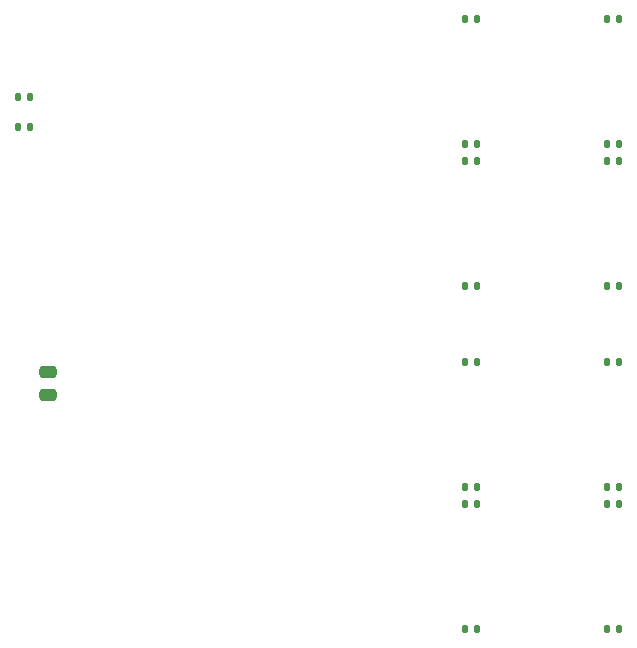
<source format=gtp>
%MOIN*%
%OFA0B0*%
%FSLAX46Y46*%
%IPPOS*%
%LPD*%
%AMRoundRect*
4,1,4,
0.07874015748031496,0.11811023622047245,
0.15748031496062992,0.19685039370078741,
0.23622047244094491,0.27559055118110237,
0.31496062992125984,0.35433070866141736,
0.07874015748031496,0.11811023622047245,
0*
1,1,$1,$2,$3*
1,1,$1,$2,$3*
1,1,$1,$2,$3*
1,1,$1,$2,$3*
20,1,$1,$2,$3,$4,$5,0*
20,1,$1,$2,$3,$4,$5,0*
20,1,$1,$2,$3,$4,$5,0*
20,1,$1,$2,$3,$4,$5,0*%
%AMCOMP5*
4,1,3,
0.0053149606299212606,0.0072834645669291338,
-0.0053149606299212606,0.0072834645669291338,
-0.0053149606299212606,-0.0072834645669291338,
0.0053149606299212606,-0.0072834645669291338,
0*
4,1,19,
0.0053149606299212606,0.012598425196850395,
0.0069573737890007053,0.012338292507867943,
0.0084390161047040915,0.011583358040969211,
0.0096148541039613351,0.010407520041711965,
0.010369788570860071,0.00892587772600858,
0.010629921259842521,0.0072834645669291338,
0.010369788570860071,0.0056410514078496891,
0.0096148541039613351,0.0041594090921463047,
0.0084390161047040915,0.0029835710928890593,
0.006957373789000707,0.0022286366259903251,
0.0053149606299212615,0.0019685039370078736,
0.0036725474708418139,0.0022286366259903251,
0.0021909051551384311,0.002983571092889058,
0.0010150671558811857,0.0041594090921463038,
0.00026013268898245133,0.0056410514078496883,
0,0.0072834645669291329,
0.00026013268898245133,0.0089258777260085784,
0.001015067155881184,0.010407520041711962,
0.0021909051551384294,0.011583358040969209,
0.0036725474708418143,0.012338292507867943,
0*
4,1,19,
-0.0053149606299212606,0.012598425196850395,
-0.0036725474708418156,0.012338292507867943,
-0.0021909051551384307,0.011583358040969211,
-0.0010150671558811853,0.010407520041711965,
-0.00026013268898245133,0.00892587772600858,
0,0.0072834645669291338,
-0.00026013268898245133,0.0056410514078496891,
-0.0010150671558811853,0.0041594090921463047,
-0.00219090515513843,0.0029835710928890593,
-0.0036725474708418147,0.0022286366259903251,
-0.00531496062992126,0.0019685039370078736,
-0.006957373789000707,0.0022286366259903251,
-0.00843901610470409,0.002983571092889058,
-0.0096148541039613351,0.0041594090921463038,
-0.010369788570860071,0.0056410514078496883,
-0.010629921259842521,0.0072834645669291329,
-0.010369788570860071,0.0089258777260085784,
-0.0096148541039613369,0.010407520041711962,
-0.0084390161047040915,0.011583358040969209,
-0.006957373789000707,0.012338292507867943,
0*
4,1,19,
-0.0053149606299212606,-0.0019685039370078736,
-0.0036725474708418156,-0.0022286366259903251,
-0.0021909051551384307,-0.0029835710928890588,
-0.0010150671558811853,-0.0041594090921463038,
-0.00026013268898245133,-0.0056410514078496891,
0,-0.0072834645669291338,
-0.00026013268898245133,-0.00892587772600858,
-0.0010150671558811853,-0.010407520041711962,
-0.00219090515513843,-0.011583358040969209,
-0.0036725474708418147,-0.012338292507867943,
-0.00531496062992126,-0.012598425196850395,
-0.006957373789000707,-0.012338292507867943,
-0.00843901610470409,-0.011583358040969211,
-0.0096148541039613351,-0.010407520041711965,
-0.010369788570860071,-0.00892587772600858,
-0.010629921259842521,-0.0072834645669291355,
-0.010369788570860071,-0.00564105140784969,
-0.0096148541039613369,-0.0041594090921463055,
-0.0084390161047040915,-0.0029835710928890593,
-0.006957373789000707,-0.0022286366259903251,
0*
4,1,19,
0.0053149606299212606,-0.0019685039370078736,
0.0069573737890007053,-0.0022286366259903251,
0.0084390161047040915,-0.0029835710928890588,
0.0096148541039613351,-0.0041594090921463038,
0.010369788570860071,-0.0056410514078496891,
0.010629921259842521,-0.0072834645669291338,
0.010369788570860071,-0.00892587772600858,
0.0096148541039613351,-0.010407520041711962,
0.0084390161047040915,-0.011583358040969209,
0.006957373789000707,-0.012338292507867943,
0.0053149606299212615,-0.012598425196850395,
0.0036725474708418139,-0.012338292507867943,
0.0021909051551384311,-0.011583358040969211,
0.0010150671558811857,-0.010407520041711965,
0.00026013268898245133,-0.00892587772600858,
0,-0.0072834645669291355,
0.00026013268898245133,-0.00564105140784969,
0.001015067155881184,-0.0041594090921463055,
0.0021909051551384294,-0.0029835710928890593,
0.0036725474708418143,-0.0022286366259903251,
0*
4,1,3,
0.0053149606299212606,0.012598425196850395,
0.0053149606299212606,0.0019685039370078736,
-0.0053149606299212606,0.0019685039370078736,
-0.0053149606299212606,0.012598425196850395,
0*
4,1,3,
-0.010629921259842521,0.0072834645669291338,
0,0.0072834645669291338,
0,-0.0072834645669291338,
-0.010629921259842521,-0.0072834645669291338,
0*
4,1,3,
-0.0053149606299212606,-0.012598425196850395,
-0.0053149606299212606,-0.0019685039370078736,
0.0053149606299212606,-0.0019685039370078736,
0.0053149606299212606,-0.012598425196850395,
0*
4,1,3,
0.010629921259842521,-0.0072834645669291338,
0,-0.0072834645669291338,
0,0.0072834645669291338,
0.010629921259842521,0.0072834645669291338,
0*%
%AMCOMP6*
4,1,3,
0.018700787401574805,-0.00984251968503937,
0.018700787401574805,0.00984251968503937,
-0.018700787401574805,0.00984251968503937,
-0.018700787401574805,-0.00984251968503937,
0*
4,1,19,
0.018700787401574805,0,
0.021742293251721924,-0.00048172720181935506,
0.0244860753178393,-0.0018797539923725646,
0.026663553094241611,-0.0040572317687748707,
0.02806157988479482,-0.00680101383489225,
0.028543307086614175,-0.00984251968503937,
0.02806157988479482,-0.012884025535186491,
0.026663553094241611,-0.015627807601303868,
0.024486075317839306,-0.017805285377706176,
0.021742293251721924,-0.019203312168259386,
0.018700787401574805,-0.01968503937007874,
0.015659281551427682,-0.019203312168259386,
0.012915499485310306,-0.017805285377706176,
0.010738021708907997,-0.015627807601303872,
0.0093399949183547871,-0.012884025535186491,
0.0088582677165354329,-0.0098425196850393734,
0.0093399949183547871,-0.0068010138348922524,
0.010738021708907997,-0.0040572317687748733,
0.012915499485310301,-0.0018797539923725657,
0.015659281551427682,-0.00048172720181935506,
0*
4,1,19,
0.018700787401574805,0.01968503937007874,
0.021742293251721924,0.019203312168259386,
0.0244860753178393,0.017805285377706176,
0.026663553094241611,0.015627807601303872,
0.02806157988479482,0.012884025535186491,
0.028543307086614175,0.00984251968503937,
0.02806157988479482,0.0068010138348922507,
0.026663553094241611,0.0040572317687748724,
0.024486075317839306,0.0018797539923725657,
0.021742293251721924,0.00048172720181935506,
0.018700787401574805,0,
0.015659281551427682,0.00048172720181935506,
0.012915499485310306,0.0018797539923725635,
0.010738021708907997,0.00405723176877487,
0.0093399949183547871,0.0068010138348922489,
0.0088582677165354329,0.0098425196850393682,
0.0093399949183547871,0.012884025535186489,
0.010738021708907997,0.015627807601303868,
0.012915499485310301,0.017805285377706176,
0.015659281551427682,0.019203312168259386,
0*
4,1,19,
-0.018700787401574805,0.01968503937007874,
-0.015659281551427682,0.019203312168259386,
-0.012915499485310303,0.017805285377706176,
-0.010738021708907997,0.015627807601303872,
-0.0093399949183547871,0.012884025535186491,
-0.0088582677165354329,0.00984251968503937,
-0.0093399949183547871,0.0068010138348922507,
-0.010738021708907997,0.0040572317687748724,
-0.012915499485310301,0.0018797539923725657,
-0.015659281551427682,0.00048172720181935506,
-0.0187007874015748,0,
-0.021742293251721927,0.00048172720181935506,
-0.0244860753178393,0.0018797539923725635,
-0.026663553094241611,0.00405723176877487,
-0.02806157988479482,0.0068010138348922489,
-0.028543307086614175,0.0098425196850393682,
-0.02806157988479482,0.012884025535186489,
-0.026663553094241611,0.015627807601303868,
-0.024486075317839306,0.017805285377706176,
-0.021742293251721924,0.019203312168259386,
0*
4,1,19,
-0.018700787401574805,0,
-0.015659281551427682,-0.00048172720181935506,
-0.012915499485310303,-0.0018797539923725646,
-0.010738021708907997,-0.0040572317687748707,
-0.0093399949183547871,-0.00680101383489225,
-0.0088582677165354329,-0.00984251968503937,
-0.0093399949183547871,-0.012884025535186491,
-0.010738021708907997,-0.015627807601303868,
-0.012915499485310301,-0.017805285377706176,
-0.015659281551427682,-0.019203312168259386,
-0.0187007874015748,-0.01968503937007874,
-0.021742293251721927,-0.019203312168259386,
-0.0244860753178393,-0.017805285377706176,
-0.026663553094241611,-0.015627807601303872,
-0.02806157988479482,-0.012884025535186491,
-0.028543307086614175,-0.0098425196850393734,
-0.02806157988479482,-0.0068010138348922524,
-0.026663553094241611,-0.0040572317687748733,
-0.024486075317839306,-0.0018797539923725657,
-0.021742293251721924,-0.00048172720181935506,
0*
4,1,3,
0.028543307086614175,-0.00984251968503937,
0.0088582677165354329,-0.00984251968503937,
0.0088582677165354329,0.00984251968503937,
0.028543307086614175,0.00984251968503937,
0*
4,1,3,
0.018700787401574805,0.01968503937007874,
0.018700787401574805,0,
-0.018700787401574805,0,
-0.018700787401574805,0.01968503937007874,
0*
4,1,3,
-0.028543307086614175,0.00984251968503937,
-0.0088582677165354329,0.00984251968503937,
-0.0088582677165354329,-0.00984251968503937,
-0.028543307086614175,-0.00984251968503937,
0*
4,1,3,
-0.018700787401574805,-0.01968503937007874,
-0.018700787401574805,0,
0.018700787401574805,0,
0.018700787401574805,-0.01968503937007874,
0*%
%AMRoundRect0*
4,1,4,
-0.027838849653013673,0.13919424826506843,
-0.027838849653013663,0.25054964687712317,
-0.027838849653013628,0.36190504548917785,
-0.027838849653013663,0.47326044410123269,
-0.027838849653013673,0.13919424826506843,
0*
1,1,$1,$2,$3*
1,1,$1,$2,$3*
1,1,$1,$2,$3*
1,1,$1,$2,$3*
20,1,$1,$2,$3,$4,$5,45*
20,1,$1,$2,$3,$4,$5,45*
20,1,$1,$2,$3,$4,$5,45*
20,1,$1,$2,$3,$4,$5,45*%
%AMCOMP230*
4,1,3,
0.00531496533690372,0.0072834503958683168,
-0.0053149653369037181,0.0072834503958683176,
-0.00531496533690372,-0.0072834503958683168,
0.0053149653369037181,-0.0072834503958683176,
0*
4,1,19,
0.0015567206337468731,0.011041695099025164,
0.0029020237044297512,0.012019114992932477,
0.0044835223140521,0.012532975040763733,
0.0061464083597553409,0.012532975040763736,
0.0077279069693776889,0.012019114992932477,
0.0090732100400605659,0.011041695099025162,
0.010050629933967881,0.009696392028342285,
0.010564489981799138,0.0081148934187199387,
0.010564489981799138,0.0064520073730166957,
0.010050629933967881,0.004870508763394346,
0.0090732100400605677,0.0035252056927114694,
0.007727906969377688,0.0025477857988041542,
0.0061464083597553417,0.0020339257509728982,
0.0044835223140521,0.0020339257509728991,
0.0029020237044297512,0.0025477857988041555,
0.0015567206337468731,0.0035252056927114685,
0.00057930073983956021,0.004870508763394346,
0.000065440692008302207,0.006452007373016694,
0.000065440692008301651,0.008114893418719937,
0.00057930073983955891,0.0096963920283422867,
0*
4,1,19,
-0.0090732100400605642,0.011041695099025164,
-0.0077279069693776872,0.012019114992932478,
-0.00614640835975534,0.012532975040763736,
-0.0044835223140520979,0.012532975040763736,
-0.002902023704429749,0.012019114992932477,
-0.0015567206337468709,0.011041695099025164,
-0.00057930073983955771,0.0096963920283422867,
-0.000065440692008301651,0.0081148934187199387,
-0.000065440692008301109,0.0064520073730166966,
-0.00057930073983955826,0.0048705087633943477,
-0.0015567206337468713,0.0035252056927114702,
-0.0029020237044297512,0.0025477857988041555,
-0.004483522314052097,0.0020339257509728991,
-0.00614640835975534,0.0020339257509728995,
-0.0077279069693776889,0.002547785798804156,
-0.0090732100400605659,0.0035252056927114689,
-0.010050629933967881,0.0048705087633943477,
-0.010564489981799138,0.0064520073730166966,
-0.010564489981799138,0.0081148934187199387,
-0.010050629933967879,0.0096963920283422867,
0*
4,1,19,
-0.0090732100400605677,-0.0035252056927114685,
-0.0077279069693776889,-0.0025477857988041555,
-0.0061464083597553409,-0.0020339257509728991,
-0.0044835223140521,-0.0020339257509728991,
-0.0029020237044297503,-0.002547785798804156,
-0.0015567206337468724,-0.0035252056927114689,
-0.00057930073983955945,-0.0048705087633943468,
-0.000065440692008303291,-0.0064520073730166966,
-0.000065440692008302207,-0.008114893418719937,
-0.00057930073983956,-0.0096963920283422867,
-0.001556720633746872,-0.011041695099025164,
-0.0029020237044297533,-0.012019114992932478,
-0.0044835223140520988,-0.012532975040763736,
-0.0061464083597553409,-0.012532975040763736,
-0.0077279069693776889,-0.012019114992932477,
-0.0090732100400605659,-0.011041695099025164,
-0.010050629933967881,-0.009696392028342285,
-0.010564489981799138,-0.0081148934187199387,
-0.010564489981799138,-0.0064520073730166966,
-0.010050629933967882,-0.0048705087633943477,
0*
4,1,19,
0.0015567206337468718,-0.0035252056927114694,
0.00290202370442975,-0.0025477857988041568,
0.0044835223140520988,-0.0020339257509729,
0.0061464083597553409,-0.0020339257509729004,
0.0077279069693776889,-0.0025477857988041568,
0.0090732100400605659,-0.0035252056927114702,
0.010050629933967881,-0.0048705087633943477,
0.010564489981799135,-0.0064520073730166966,
0.010564489981799138,-0.0081148934187199387,
0.010050629933967879,-0.0096963920283422867,
0.0090732100400605659,-0.011041695099025164,
0.0077279069693776863,-0.012019114992932478,
0.0061464083597553409,-0.012532975040763736,
0.0044835223140520979,-0.012532975040763736,
0.002902023704429749,-0.012019114992932477,
0.001556720633746872,-0.011041695099025165,
0.00057930073983955891,-0.0096963920283422867,
0.000065440692008300567,-0.0081148934187199387,
0.000065440692008301109,-0.0064520073730166966,
0.00057930073983955771,-0.0048705087633943477,
0*
4,1,3,
0.0053149653369037207,0.012598411025789576,
0.00531496533690372,0.0019684897659470561,
-0.00531496533690372,0.001968489765947057,
-0.00531496533690372,0.012598411025789576,
0*
4,1,3,
-0.01062992596682498,0.0072834503958683176,
-0.0000000047069824590948216,0.0072834503958683168,
-0.00000000470698246018756,-0.0072834503958683168,
-0.01062992596682498,-0.0072834503958683159,
0*
4,1,3,
-0.0053149653369037207,-0.012598411025789576,
-0.00531496533690372,-0.0019684897659470561,
0.00531496533690372,-0.001968489765947057,
0.00531496533690372,-0.012598411025789576,
0*
4,1,3,
0.01062992596682498,-0.0072834503958683176,
0.0000000047069824590948216,-0.0072834503958683168,
0.00000000470698246018756,0.0072834503958683168,
0.01062992596682498,0.0072834503958683159,
0*%
%AMCOMP240*
4,1,3,
-0.00531496533690372,-0.0072834503958683168,
0.0053149653369037181,-0.0072834503958683176,
0.00531496533690372,0.0072834503958683168,
-0.0053149653369037181,0.0072834503958683176,
0*
4,1,19,
-0.0090732100400605677,-0.0035252056927114685,
-0.0077279069693776889,-0.0025477857988041555,
-0.0061464083597553409,-0.0020339257509728991,
-0.0044835223140521,-0.0020339257509728991,
-0.0029020237044297503,-0.002547785798804156,
-0.0015567206337468724,-0.0035252056927114689,
-0.00057930073983955945,-0.0048705087633943468,
-0.000065440692008303291,-0.0064520073730166966,
-0.000065440692008302207,-0.008114893418719937,
-0.00057930073983956,-0.0096963920283422867,
-0.001556720633746872,-0.011041695099025164,
-0.0029020237044297533,-0.012019114992932478,
-0.0044835223140520988,-0.012532975040763736,
-0.0061464083597553409,-0.012532975040763736,
-0.0077279069693776889,-0.012019114992932477,
-0.0090732100400605659,-0.011041695099025164,
-0.010050629933967881,-0.009696392028342285,
-0.010564489981799138,-0.0081148934187199387,
-0.010564489981799138,-0.0064520073730166966,
-0.010050629933967882,-0.0048705087633943477,
0*
4,1,19,
0.0015567206337468718,-0.0035252056927114694,
0.00290202370442975,-0.0025477857988041568,
0.0044835223140520988,-0.0020339257509729,
0.0061464083597553409,-0.0020339257509729004,
0.0077279069693776889,-0.0025477857988041568,
0.0090732100400605659,-0.0035252056927114702,
0.010050629933967881,-0.0048705087633943477,
0.010564489981799135,-0.0064520073730166966,
0.010564489981799138,-0.0081148934187199387,
0.010050629933967879,-0.0096963920283422867,
0.0090732100400605659,-0.011041695099025164,
0.0077279069693776863,-0.012019114992932478,
0.0061464083597553409,-0.012532975040763736,
0.0044835223140520979,-0.012532975040763736,
0.002902023704429749,-0.012019114992932477,
0.001556720633746872,-0.011041695099025165,
0.00057930073983955891,-0.0096963920283422867,
0.000065440692008300567,-0.0081148934187199387,
0.000065440692008301109,-0.0064520073730166966,
0.00057930073983955771,-0.0048705087633943477,
0*
4,1,19,
0.0015567206337468731,0.011041695099025164,
0.0029020237044297512,0.012019114992932477,
0.0044835223140521,0.012532975040763733,
0.0061464083597553409,0.012532975040763736,
0.0077279069693776889,0.012019114992932477,
0.0090732100400605659,0.011041695099025162,
0.010050629933967881,0.009696392028342285,
0.010564489981799138,0.0081148934187199387,
0.010564489981799138,0.0064520073730166957,
0.010050629933967881,0.004870508763394346,
0.0090732100400605677,0.0035252056927114694,
0.007727906969377688,0.0025477857988041542,
0.0061464083597553417,0.0020339257509728982,
0.0044835223140521,0.0020339257509728991,
0.0029020237044297512,0.0025477857988041555,
0.0015567206337468731,0.0035252056927114685,
0.00057930073983956021,0.004870508763394346,
0.000065440692008302207,0.006452007373016694,
0.000065440692008301651,0.008114893418719937,
0.00057930073983955891,0.0096963920283422867,
0*
4,1,19,
-0.0090732100400605642,0.011041695099025164,
-0.0077279069693776872,0.012019114992932478,
-0.00614640835975534,0.012532975040763736,
-0.0044835223140520979,0.012532975040763736,
-0.002902023704429749,0.012019114992932477,
-0.0015567206337468709,0.011041695099025164,
-0.00057930073983955771,0.0096963920283422867,
-0.000065440692008301651,0.0081148934187199387,
-0.000065440692008301109,0.0064520073730166966,
-0.00057930073983955826,0.0048705087633943477,
-0.0015567206337468713,0.0035252056927114702,
-0.0029020237044297512,0.0025477857988041555,
-0.004483522314052097,0.0020339257509728991,
-0.00614640835975534,0.0020339257509728995,
-0.0077279069693776889,0.002547785798804156,
-0.0090732100400605659,0.0035252056927114689,
-0.010050629933967881,0.0048705087633943477,
-0.010564489981799138,0.0064520073730166966,
-0.010564489981799138,0.0081148934187199387,
-0.010050629933967879,0.0096963920283422867,
0*
4,1,3,
-0.0053149653369037207,-0.012598411025789576,
-0.00531496533690372,-0.0019684897659470561,
0.00531496533690372,-0.001968489765947057,
0.00531496533690372,-0.012598411025789576,
0*
4,1,3,
0.01062992596682498,-0.0072834503958683176,
0.0000000047069824590948216,-0.0072834503958683168,
0.00000000470698246018756,0.0072834503958683168,
0.01062992596682498,0.0072834503958683159,
0*
4,1,3,
0.0053149653369037207,0.012598411025789576,
0.00531496533690372,0.0019684897659470561,
-0.00531496533690372,0.001968489765947057,
-0.00531496533690372,0.012598411025789576,
0*
4,1,3,
-0.01062992596682498,0.0072834503958683176,
-0.0000000047069824590948216,0.0072834503958683168,
-0.00000000470698246018756,-0.0072834503958683168,
-0.01062992596682498,-0.0072834503958683159,
0*%
%AMRoundRect1*
4,1,4,
-0.027838849653013673,0.13919424826506843,
-0.027838849653013663,0.25054964687712317,
-0.027838849653013628,0.36190504548917785,
-0.027838849653013663,0.47326044410123269,
-0.027838849653013673,0.13919424826506843,
0*
1,1,$1,$2,$3*
1,1,$1,$2,$3*
1,1,$1,$2,$3*
1,1,$1,$2,$3*
20,1,$1,$2,$3,$4,$5,45*
20,1,$1,$2,$3,$4,$5,45*
20,1,$1,$2,$3,$4,$5,45*
20,1,$1,$2,$3,$4,$5,45*%
%AMCOMP410*
4,1,3,
-0.00531496533690372,-0.0072834503958683168,
0.0053149653369037181,-0.0072834503958683176,
0.00531496533690372,0.0072834503958683168,
-0.0053149653369037181,0.0072834503958683176,
0*
4,1,19,
-0.0090732100400605677,-0.0035252056927114685,
-0.0077279069693776889,-0.0025477857988041555,
-0.0061464083597553409,-0.0020339257509728991,
-0.0044835223140521,-0.0020339257509728991,
-0.0029020237044297503,-0.002547785798804156,
-0.0015567206337468724,-0.0035252056927114689,
-0.00057930073983955945,-0.0048705087633943468,
-0.000065440692008303291,-0.0064520073730166966,
-0.000065440692008302207,-0.008114893418719937,
-0.00057930073983956,-0.0096963920283422867,
-0.001556720633746872,-0.011041695099025164,
-0.0029020237044297533,-0.012019114992932478,
-0.0044835223140520988,-0.012532975040763736,
-0.0061464083597553409,-0.012532975040763736,
-0.0077279069693776889,-0.012019114992932477,
-0.0090732100400605659,-0.011041695099025164,
-0.010050629933967881,-0.009696392028342285,
-0.010564489981799138,-0.0081148934187199387,
-0.010564489981799138,-0.0064520073730166966,
-0.010050629933967882,-0.0048705087633943477,
0*
4,1,19,
0.0015567206337468718,-0.0035252056927114694,
0.00290202370442975,-0.0025477857988041568,
0.0044835223140520988,-0.0020339257509729,
0.0061464083597553409,-0.0020339257509729004,
0.0077279069693776889,-0.0025477857988041568,
0.0090732100400605659,-0.0035252056927114702,
0.010050629933967881,-0.0048705087633943477,
0.010564489981799135,-0.0064520073730166966,
0.010564489981799138,-0.0081148934187199387,
0.010050629933967879,-0.0096963920283422867,
0.0090732100400605659,-0.011041695099025164,
0.0077279069693776863,-0.012019114992932478,
0.0061464083597553409,-0.012532975040763736,
0.0044835223140520979,-0.012532975040763736,
0.002902023704429749,-0.012019114992932477,
0.001556720633746872,-0.011041695099025165,
0.00057930073983955891,-0.0096963920283422867,
0.000065440692008300567,-0.0081148934187199387,
0.000065440692008301109,-0.0064520073730166966,
0.00057930073983955771,-0.0048705087633943477,
0*
4,1,19,
0.0015567206337468731,0.011041695099025164,
0.0029020237044297512,0.012019114992932477,
0.0044835223140521,0.012532975040763733,
0.0061464083597553409,0.012532975040763736,
0.0077279069693776889,0.012019114992932477,
0.0090732100400605659,0.011041695099025162,
0.010050629933967881,0.009696392028342285,
0.010564489981799138,0.0081148934187199387,
0.010564489981799138,0.0064520073730166957,
0.010050629933967881,0.004870508763394346,
0.0090732100400605677,0.0035252056927114694,
0.007727906969377688,0.0025477857988041542,
0.0061464083597553417,0.0020339257509728982,
0.0044835223140521,0.0020339257509728991,
0.0029020237044297512,0.0025477857988041555,
0.0015567206337468731,0.0035252056927114685,
0.00057930073983956021,0.004870508763394346,
0.000065440692008302207,0.006452007373016694,
0.000065440692008301651,0.008114893418719937,
0.00057930073983955891,0.0096963920283422867,
0*
4,1,19,
-0.0090732100400605642,0.011041695099025164,
-0.0077279069693776872,0.012019114992932478,
-0.00614640835975534,0.012532975040763736,
-0.0044835223140520979,0.012532975040763736,
-0.002902023704429749,0.012019114992932477,
-0.0015567206337468709,0.011041695099025164,
-0.00057930073983955771,0.0096963920283422867,
-0.000065440692008301651,0.0081148934187199387,
-0.000065440692008301109,0.0064520073730166966,
-0.00057930073983955826,0.0048705087633943477,
-0.0015567206337468713,0.0035252056927114702,
-0.0029020237044297512,0.0025477857988041555,
-0.004483522314052097,0.0020339257509728991,
-0.00614640835975534,0.0020339257509728995,
-0.0077279069693776889,0.002547785798804156,
-0.0090732100400605659,0.0035252056927114689,
-0.010050629933967881,0.0048705087633943477,
-0.010564489981799138,0.0064520073730166966,
-0.010564489981799138,0.0081148934187199387,
-0.010050629933967879,0.0096963920283422867,
0*
4,1,3,
-0.0053149653369037207,-0.012598411025789576,
-0.00531496533690372,-0.0019684897659470561,
0.00531496533690372,-0.001968489765947057,
0.00531496533690372,-0.012598411025789576,
0*
4,1,3,
0.01062992596682498,-0.0072834503958683176,
0.0000000047069824590948216,-0.0072834503958683168,
0.00000000470698246018756,0.0072834503958683168,
0.01062992596682498,0.0072834503958683159,
0*
4,1,3,
0.0053149653369037207,0.012598411025789576,
0.00531496533690372,0.0019684897659470561,
-0.00531496533690372,0.001968489765947057,
-0.00531496533690372,0.012598411025789576,
0*
4,1,3,
-0.01062992596682498,0.0072834503958683176,
-0.0000000047069824590948216,0.0072834503958683168,
-0.00000000470698246018756,-0.0072834503958683168,
-0.01062992596682498,-0.0072834503958683159,
0*%
%AMCOMP420*
4,1,3,
0.00531496533690372,0.0072834503958683168,
-0.0053149653369037181,0.0072834503958683176,
-0.00531496533690372,-0.0072834503958683168,
0.0053149653369037181,-0.0072834503958683176,
0*
4,1,19,
0.0015567206337468731,0.011041695099025164,
0.0029020237044297512,0.012019114992932477,
0.0044835223140521,0.012532975040763733,
0.0061464083597553409,0.012532975040763736,
0.0077279069693776889,0.012019114992932477,
0.0090732100400605659,0.011041695099025162,
0.010050629933967881,0.009696392028342285,
0.010564489981799138,0.0081148934187199387,
0.010564489981799138,0.0064520073730166957,
0.010050629933967881,0.004870508763394346,
0.0090732100400605677,0.0035252056927114694,
0.007727906969377688,0.0025477857988041542,
0.0061464083597553417,0.0020339257509728982,
0.0044835223140521,0.0020339257509728991,
0.0029020237044297512,0.0025477857988041555,
0.0015567206337468731,0.0035252056927114685,
0.00057930073983956021,0.004870508763394346,
0.000065440692008302207,0.006452007373016694,
0.000065440692008301651,0.008114893418719937,
0.00057930073983955891,0.0096963920283422867,
0*
4,1,19,
-0.0090732100400605642,0.011041695099025164,
-0.0077279069693776872,0.012019114992932478,
-0.00614640835975534,0.012532975040763736,
-0.0044835223140520979,0.012532975040763736,
-0.002902023704429749,0.012019114992932477,
-0.0015567206337468709,0.011041695099025164,
-0.00057930073983955771,0.0096963920283422867,
-0.000065440692008301651,0.0081148934187199387,
-0.000065440692008301109,0.0064520073730166966,
-0.00057930073983955826,0.0048705087633943477,
-0.0015567206337468713,0.0035252056927114702,
-0.0029020237044297512,0.0025477857988041555,
-0.004483522314052097,0.0020339257509728991,
-0.00614640835975534,0.0020339257509728995,
-0.0077279069693776889,0.002547785798804156,
-0.0090732100400605659,0.0035252056927114689,
-0.010050629933967881,0.0048705087633943477,
-0.010564489981799138,0.0064520073730166966,
-0.010564489981799138,0.0081148934187199387,
-0.010050629933967879,0.0096963920283422867,
0*
4,1,19,
-0.0090732100400605677,-0.0035252056927114685,
-0.0077279069693776889,-0.0025477857988041555,
-0.0061464083597553409,-0.0020339257509728991,
-0.0044835223140521,-0.0020339257509728991,
-0.0029020237044297503,-0.002547785798804156,
-0.0015567206337468724,-0.0035252056927114689,
-0.00057930073983955945,-0.0048705087633943468,
-0.000065440692008303291,-0.0064520073730166966,
-0.000065440692008302207,-0.008114893418719937,
-0.00057930073983956,-0.0096963920283422867,
-0.001556720633746872,-0.011041695099025164,
-0.0029020237044297533,-0.012019114992932478,
-0.0044835223140520988,-0.012532975040763736,
-0.0061464083597553409,-0.012532975040763736,
-0.0077279069693776889,-0.012019114992932477,
-0.0090732100400605659,-0.011041695099025164,
-0.010050629933967881,-0.009696392028342285,
-0.010564489981799138,-0.0081148934187199387,
-0.010564489981799138,-0.0064520073730166966,
-0.010050629933967882,-0.0048705087633943477,
0*
4,1,19,
0.0015567206337468718,-0.0035252056927114694,
0.00290202370442975,-0.0025477857988041568,
0.0044835223140520988,-0.0020339257509729,
0.0061464083597553409,-0.0020339257509729004,
0.0077279069693776889,-0.0025477857988041568,
0.0090732100400605659,-0.0035252056927114702,
0.010050629933967881,-0.0048705087633943477,
0.010564489981799135,-0.0064520073730166966,
0.010564489981799138,-0.0081148934187199387,
0.010050629933967879,-0.0096963920283422867,
0.0090732100400605659,-0.011041695099025164,
0.0077279069693776863,-0.012019114992932478,
0.0061464083597553409,-0.012532975040763736,
0.0044835223140520979,-0.012532975040763736,
0.002902023704429749,-0.012019114992932477,
0.001556720633746872,-0.011041695099025165,
0.00057930073983955891,-0.0096963920283422867,
0.000065440692008300567,-0.0081148934187199387,
0.000065440692008301109,-0.0064520073730166966,
0.00057930073983955771,-0.0048705087633943477,
0*
4,1,3,
0.0053149653369037207,0.012598411025789576,
0.00531496533690372,0.0019684897659470561,
-0.00531496533690372,0.001968489765947057,
-0.00531496533690372,0.012598411025789576,
0*
4,1,3,
-0.01062992596682498,0.0072834503958683176,
-0.0000000047069824590948216,0.0072834503958683168,
-0.00000000470698246018756,-0.0072834503958683168,
-0.01062992596682498,-0.0072834503958683159,
0*
4,1,3,
-0.0053149653369037207,-0.012598411025789576,
-0.00531496533690372,-0.0019684897659470561,
0.00531496533690372,-0.001968489765947057,
0.00531496533690372,-0.012598411025789576,
0*
4,1,3,
0.01062992596682498,-0.0072834503958683176,
0.0000000047069824590948216,-0.0072834503958683168,
0.00000000470698246018756,0.0072834503958683168,
0.01062992596682498,0.0072834503958683159,
0*%
%AMCOMP48*
4,1,3,
0.0053149606299212606,0.0072834645669291338,
-0.0053149606299212606,0.0072834645669291338,
-0.0053149606299212606,-0.0072834645669291338,
0.0053149606299212606,-0.0072834645669291338,
0*
4,1,19,
0.0053149606299212606,0.012598425196850395,
0.0069573737890007053,0.012338292507867943,
0.0084390161047040915,0.011583358040969211,
0.0096148541039613351,0.010407520041711965,
0.010369788570860071,0.00892587772600858,
0.010629921259842521,0.0072834645669291338,
0.010369788570860071,0.0056410514078496891,
0.0096148541039613351,0.0041594090921463047,
0.0084390161047040915,0.0029835710928890593,
0.006957373789000707,0.0022286366259903251,
0.0053149606299212615,0.0019685039370078736,
0.0036725474708418139,0.0022286366259903251,
0.0021909051551384311,0.002983571092889058,
0.0010150671558811857,0.0041594090921463038,
0.00026013268898245133,0.0056410514078496883,
0,0.0072834645669291329,
0.00026013268898245133,0.0089258777260085784,
0.001015067155881184,0.010407520041711962,
0.0021909051551384294,0.011583358040969209,
0.0036725474708418143,0.012338292507867943,
0*
4,1,19,
-0.0053149606299212606,0.012598425196850395,
-0.0036725474708418156,0.012338292507867943,
-0.0021909051551384307,0.011583358040969211,
-0.0010150671558811853,0.010407520041711965,
-0.00026013268898245133,0.00892587772600858,
0,0.0072834645669291338,
-0.00026013268898245133,0.0056410514078496891,
-0.0010150671558811853,0.0041594090921463047,
-0.00219090515513843,0.0029835710928890593,
-0.0036725474708418147,0.0022286366259903251,
-0.00531496062992126,0.0019685039370078736,
-0.006957373789000707,0.0022286366259903251,
-0.00843901610470409,0.002983571092889058,
-0.0096148541039613351,0.0041594090921463038,
-0.010369788570860071,0.0056410514078496883,
-0.010629921259842521,0.0072834645669291329,
-0.010369788570860071,0.0089258777260085784,
-0.0096148541039613369,0.010407520041711962,
-0.0084390161047040915,0.011583358040969209,
-0.006957373789000707,0.012338292507867943,
0*
4,1,19,
-0.0053149606299212606,-0.0019685039370078736,
-0.0036725474708418156,-0.0022286366259903251,
-0.0021909051551384307,-0.0029835710928890588,
-0.0010150671558811853,-0.0041594090921463038,
-0.00026013268898245133,-0.0056410514078496891,
0,-0.0072834645669291338,
-0.00026013268898245133,-0.00892587772600858,
-0.0010150671558811853,-0.010407520041711962,
-0.00219090515513843,-0.011583358040969209,
-0.0036725474708418147,-0.012338292507867943,
-0.00531496062992126,-0.012598425196850395,
-0.006957373789000707,-0.012338292507867943,
-0.00843901610470409,-0.011583358040969211,
-0.0096148541039613351,-0.010407520041711965,
-0.010369788570860071,-0.00892587772600858,
-0.010629921259842521,-0.0072834645669291355,
-0.010369788570860071,-0.00564105140784969,
-0.0096148541039613369,-0.0041594090921463055,
-0.0084390161047040915,-0.0029835710928890593,
-0.006957373789000707,-0.0022286366259903251,
0*
4,1,19,
0.0053149606299212606,-0.0019685039370078736,
0.0069573737890007053,-0.0022286366259903251,
0.0084390161047040915,-0.0029835710928890588,
0.0096148541039613351,-0.0041594090921463038,
0.010369788570860071,-0.0056410514078496891,
0.010629921259842521,-0.0072834645669291338,
0.010369788570860071,-0.00892587772600858,
0.0096148541039613351,-0.010407520041711962,
0.0084390161047040915,-0.011583358040969209,
0.006957373789000707,-0.012338292507867943,
0.0053149606299212615,-0.012598425196850395,
0.0036725474708418139,-0.012338292507867943,
0.0021909051551384311,-0.011583358040969211,
0.0010150671558811857,-0.010407520041711965,
0.00026013268898245133,-0.00892587772600858,
0,-0.0072834645669291355,
0.00026013268898245133,-0.00564105140784969,
0.001015067155881184,-0.0041594090921463055,
0.0021909051551384294,-0.0029835710928890593,
0.0036725474708418143,-0.0022286366259903251,
0*
4,1,3,
0.0053149606299212606,0.012598425196850395,
0.0053149606299212606,0.0019685039370078736,
-0.0053149606299212606,0.0019685039370078736,
-0.0053149606299212606,0.012598425196850395,
0*
4,1,3,
-0.010629921259842521,0.0072834645669291338,
0,0.0072834645669291338,
0,-0.0072834645669291338,
-0.010629921259842521,-0.0072834645669291338,
0*
4,1,3,
-0.0053149606299212606,-0.012598425196850395,
-0.0053149606299212606,-0.0019685039370078736,
0.0053149606299212606,-0.0019685039370078736,
0.0053149606299212606,-0.012598425196850395,
0*
4,1,3,
0.010629921259842521,-0.0072834645669291338,
0,-0.0072834645669291338,
0,0.0072834645669291338,
0.010629921259842521,0.0072834645669291338,
0*%
%ADD10COMP48,0.135X0.135X0.185X-0.135X0.185X-0.135X-0.185X0.135X-0.185X0*%
%AMCOMP51*
4,1,3,
0.018700787401574805,-0.00984251968503937,
0.018700787401574805,0.00984251968503937,
-0.018700787401574805,0.00984251968503937,
-0.018700787401574805,-0.00984251968503937,
0*
4,1,19,
0.018700787401574805,0,
0.021742293251721924,-0.00048172720181935506,
0.0244860753178393,-0.0018797539923725646,
0.026663553094241611,-0.0040572317687748707,
0.02806157988479482,-0.00680101383489225,
0.028543307086614175,-0.00984251968503937,
0.02806157988479482,-0.012884025535186491,
0.026663553094241611,-0.015627807601303868,
0.024486075317839306,-0.017805285377706176,
0.021742293251721924,-0.019203312168259386,
0.018700787401574805,-0.01968503937007874,
0.015659281551427682,-0.019203312168259386,
0.012915499485310306,-0.017805285377706176,
0.010738021708907997,-0.015627807601303872,
0.0093399949183547871,-0.012884025535186491,
0.0088582677165354329,-0.0098425196850393734,
0.0093399949183547871,-0.0068010138348922524,
0.010738021708907997,-0.0040572317687748733,
0.012915499485310301,-0.0018797539923725657,
0.015659281551427682,-0.00048172720181935506,
0*
4,1,19,
0.018700787401574805,0.01968503937007874,
0.021742293251721924,0.019203312168259386,
0.0244860753178393,0.017805285377706176,
0.026663553094241611,0.015627807601303872,
0.02806157988479482,0.012884025535186491,
0.028543307086614175,0.00984251968503937,
0.02806157988479482,0.0068010138348922507,
0.026663553094241611,0.0040572317687748724,
0.024486075317839306,0.0018797539923725657,
0.021742293251721924,0.00048172720181935506,
0.018700787401574805,0,
0.015659281551427682,0.00048172720181935506,
0.012915499485310306,0.0018797539923725635,
0.010738021708907997,0.00405723176877487,
0.0093399949183547871,0.0068010138348922489,
0.0088582677165354329,0.0098425196850393682,
0.0093399949183547871,0.012884025535186489,
0.010738021708907997,0.015627807601303868,
0.012915499485310301,0.017805285377706176,
0.015659281551427682,0.019203312168259386,
0*
4,1,19,
-0.018700787401574805,0.01968503937007874,
-0.015659281551427682,0.019203312168259386,
-0.012915499485310303,0.017805285377706176,
-0.010738021708907997,0.015627807601303872,
-0.0093399949183547871,0.012884025535186491,
-0.0088582677165354329,0.00984251968503937,
-0.0093399949183547871,0.0068010138348922507,
-0.010738021708907997,0.0040572317687748724,
-0.012915499485310301,0.0018797539923725657,
-0.015659281551427682,0.00048172720181935506,
-0.0187007874015748,0,
-0.021742293251721927,0.00048172720181935506,
-0.0244860753178393,0.0018797539923725635,
-0.026663553094241611,0.00405723176877487,
-0.02806157988479482,0.0068010138348922489,
-0.028543307086614175,0.0098425196850393682,
-0.02806157988479482,0.012884025535186489,
-0.026663553094241611,0.015627807601303868,
-0.024486075317839306,0.017805285377706176,
-0.021742293251721924,0.019203312168259386,
0*
4,1,19,
-0.018700787401574805,0,
-0.015659281551427682,-0.00048172720181935506,
-0.012915499485310303,-0.0018797539923725646,
-0.010738021708907997,-0.0040572317687748707,
-0.0093399949183547871,-0.00680101383489225,
-0.0088582677165354329,-0.00984251968503937,
-0.0093399949183547871,-0.012884025535186491,
-0.010738021708907997,-0.015627807601303868,
-0.012915499485310301,-0.017805285377706176,
-0.015659281551427682,-0.019203312168259386,
-0.0187007874015748,-0.01968503937007874,
-0.021742293251721927,-0.019203312168259386,
-0.0244860753178393,-0.017805285377706176,
-0.026663553094241611,-0.015627807601303872,
-0.02806157988479482,-0.012884025535186491,
-0.028543307086614175,-0.0098425196850393734,
-0.02806157988479482,-0.0068010138348922524,
-0.026663553094241611,-0.0040572317687748733,
-0.024486075317839306,-0.0018797539923725657,
-0.021742293251721924,-0.00048172720181935506,
0*
4,1,3,
0.028543307086614175,-0.00984251968503937,
0.0088582677165354329,-0.00984251968503937,
0.0088582677165354329,0.00984251968503937,
0.028543307086614175,0.00984251968503937,
0*
4,1,3,
0.018700787401574805,0.01968503937007874,
0.018700787401574805,0,
-0.018700787401574805,0,
-0.018700787401574805,0.01968503937007874,
0*
4,1,3,
-0.028543307086614175,0.00984251968503937,
-0.0088582677165354329,0.00984251968503937,
-0.0088582677165354329,-0.00984251968503937,
-0.028543307086614175,-0.00984251968503937,
0*
4,1,3,
-0.018700787401574805,-0.01968503937007874,
-0.018700787401574805,0,
0.018700787401574805,0,
0.018700787401574805,-0.01968503937007874,
0*%
%ADD11COMP51,0.25X0.475X-0.25X0.475X0.25X-0.475X0.25X-0.475X-0.25X0*%
%AMCOMP59*
4,1,3,
0.00531496533690372,0.0072834503958683168,
-0.0053149653369037181,0.0072834503958683176,
-0.00531496533690372,-0.0072834503958683168,
0.0053149653369037181,-0.0072834503958683176,
0*
4,1,19,
0.0015567206337468731,0.011041695099025164,
0.0029020237044297512,0.012019114992932477,
0.0044835223140521,0.012532975040763733,
0.0061464083597553409,0.012532975040763736,
0.0077279069693776889,0.012019114992932477,
0.0090732100400605659,0.011041695099025162,
0.010050629933967881,0.009696392028342285,
0.010564489981799138,0.0081148934187199387,
0.010564489981799138,0.0064520073730166957,
0.010050629933967881,0.004870508763394346,
0.0090732100400605677,0.0035252056927114694,
0.007727906969377688,0.0025477857988041542,
0.0061464083597553417,0.0020339257509728982,
0.0044835223140521,0.0020339257509728991,
0.0029020237044297512,0.0025477857988041555,
0.0015567206337468731,0.0035252056927114685,
0.00057930073983956021,0.004870508763394346,
0.000065440692008302207,0.006452007373016694,
0.000065440692008301651,0.008114893418719937,
0.00057930073983955891,0.0096963920283422867,
0*
4,1,19,
-0.0090732100400605642,0.011041695099025164,
-0.0077279069693776872,0.012019114992932478,
-0.00614640835975534,0.012532975040763736,
-0.0044835223140520979,0.012532975040763736,
-0.002902023704429749,0.012019114992932477,
-0.0015567206337468709,0.011041695099025164,
-0.00057930073983955771,0.0096963920283422867,
-0.000065440692008301651,0.0081148934187199387,
-0.000065440692008301109,0.0064520073730166966,
-0.00057930073983955826,0.0048705087633943477,
-0.0015567206337468713,0.0035252056927114702,
-0.0029020237044297512,0.0025477857988041555,
-0.004483522314052097,0.0020339257509728991,
-0.00614640835975534,0.0020339257509728995,
-0.0077279069693776889,0.002547785798804156,
-0.0090732100400605659,0.0035252056927114689,
-0.010050629933967881,0.0048705087633943477,
-0.010564489981799138,0.0064520073730166966,
-0.010564489981799138,0.0081148934187199387,
-0.010050629933967879,0.0096963920283422867,
0*
4,1,19,
-0.0090732100400605677,-0.0035252056927114685,
-0.0077279069693776889,-0.0025477857988041555,
-0.0061464083597553409,-0.0020339257509728991,
-0.0044835223140521,-0.0020339257509728991,
-0.0029020237044297503,-0.002547785798804156,
-0.0015567206337468724,-0.0035252056927114689,
-0.00057930073983955945,-0.0048705087633943468,
-0.000065440692008303291,-0.0064520073730166966,
-0.000065440692008302207,-0.008114893418719937,
-0.00057930073983956,-0.0096963920283422867,
-0.001556720633746872,-0.011041695099025164,
-0.0029020237044297533,-0.012019114992932478,
-0.0044835223140520988,-0.012532975040763736,
-0.0061464083597553409,-0.012532975040763736,
-0.0077279069693776889,-0.012019114992932477,
-0.0090732100400605659,-0.011041695099025164,
-0.010050629933967881,-0.009696392028342285,
-0.010564489981799138,-0.0081148934187199387,
-0.010564489981799138,-0.0064520073730166966,
-0.010050629933967882,-0.0048705087633943477,
0*
4,1,19,
0.0015567206337468718,-0.0035252056927114694,
0.00290202370442975,-0.0025477857988041568,
0.0044835223140520988,-0.0020339257509729,
0.0061464083597553409,-0.0020339257509729004,
0.0077279069693776889,-0.0025477857988041568,
0.0090732100400605659,-0.0035252056927114702,
0.010050629933967881,-0.0048705087633943477,
0.010564489981799135,-0.0064520073730166966,
0.010564489981799138,-0.0081148934187199387,
0.010050629933967879,-0.0096963920283422867,
0.0090732100400605659,-0.011041695099025164,
0.0077279069693776863,-0.012019114992932478,
0.0061464083597553409,-0.012532975040763736,
0.0044835223140520979,-0.012532975040763736,
0.002902023704429749,-0.012019114992932477,
0.001556720633746872,-0.011041695099025165,
0.00057930073983955891,-0.0096963920283422867,
0.000065440692008300567,-0.0081148934187199387,
0.000065440692008301109,-0.0064520073730166966,
0.00057930073983955771,-0.0048705087633943477,
0*
4,1,3,
0.0053149653369037207,0.012598411025789576,
0.00531496533690372,0.0019684897659470561,
-0.00531496533690372,0.001968489765947057,
-0.00531496533690372,0.012598411025789576,
0*
4,1,3,
-0.01062992596682498,0.0072834503958683176,
-0.0000000047069824590948216,0.0072834503958683168,
-0.00000000470698246018756,-0.0072834503958683168,
-0.01062992596682498,-0.0072834503958683159,
0*
4,1,3,
-0.0053149653369037207,-0.012598411025789576,
-0.00531496533690372,-0.0019684897659470561,
0.00531496533690372,-0.001968489765947057,
0.00531496533690372,-0.012598411025789576,
0*
4,1,3,
0.01062992596682498,-0.0072834503958683176,
0.0000000047069824590948216,-0.0072834503958683168,
0.00000000470698246018756,0.0072834503958683168,
0.01062992596682498,0.0072834503958683159,
0*%
%ADD22COMP59,0.135X0.226274X0.035355X0.035355X0.226274X-0.226274X-0.035355X-0.035355X-0.226274X0*%
%AMCOMP64*
4,1,3,
-0.00531496533690372,-0.0072834503958683168,
0.0053149653369037181,-0.0072834503958683176,
0.00531496533690372,0.0072834503958683168,
-0.0053149653369037181,0.0072834503958683176,
0*
4,1,19,
-0.0090732100400605677,-0.0035252056927114685,
-0.0077279069693776889,-0.0025477857988041555,
-0.0061464083597553409,-0.0020339257509728991,
-0.0044835223140521,-0.0020339257509728991,
-0.0029020237044297503,-0.002547785798804156,
-0.0015567206337468724,-0.0035252056927114689,
-0.00057930073983955945,-0.0048705087633943468,
-0.000065440692008303291,-0.0064520073730166966,
-0.000065440692008302207,-0.008114893418719937,
-0.00057930073983956,-0.0096963920283422867,
-0.001556720633746872,-0.011041695099025164,
-0.0029020237044297533,-0.012019114992932478,
-0.0044835223140520988,-0.012532975040763736,
-0.0061464083597553409,-0.012532975040763736,
-0.0077279069693776889,-0.012019114992932477,
-0.0090732100400605659,-0.011041695099025164,
-0.010050629933967881,-0.009696392028342285,
-0.010564489981799138,-0.0081148934187199387,
-0.010564489981799138,-0.0064520073730166966,
-0.010050629933967882,-0.0048705087633943477,
0*
4,1,19,
0.0015567206337468718,-0.0035252056927114694,
0.00290202370442975,-0.0025477857988041568,
0.0044835223140520988,-0.0020339257509729,
0.0061464083597553409,-0.0020339257509729004,
0.0077279069693776889,-0.0025477857988041568,
0.0090732100400605659,-0.0035252056927114702,
0.010050629933967881,-0.0048705087633943477,
0.010564489981799135,-0.0064520073730166966,
0.010564489981799138,-0.0081148934187199387,
0.010050629933967879,-0.0096963920283422867,
0.0090732100400605659,-0.011041695099025164,
0.0077279069693776863,-0.012019114992932478,
0.0061464083597553409,-0.012532975040763736,
0.0044835223140520979,-0.012532975040763736,
0.002902023704429749,-0.012019114992932477,
0.001556720633746872,-0.011041695099025165,
0.00057930073983955891,-0.0096963920283422867,
0.000065440692008300567,-0.0081148934187199387,
0.000065440692008301109,-0.0064520073730166966,
0.00057930073983955771,-0.0048705087633943477,
0*
4,1,19,
0.0015567206337468731,0.011041695099025164,
0.0029020237044297512,0.012019114992932477,
0.0044835223140521,0.012532975040763733,
0.0061464083597553409,0.012532975040763736,
0.0077279069693776889,0.012019114992932477,
0.0090732100400605659,0.011041695099025162,
0.010050629933967881,0.009696392028342285,
0.010564489981799138,0.0081148934187199387,
0.010564489981799138,0.0064520073730166957,
0.010050629933967881,0.004870508763394346,
0.0090732100400605677,0.0035252056927114694,
0.007727906969377688,0.0025477857988041542,
0.0061464083597553417,0.0020339257509728982,
0.0044835223140521,0.0020339257509728991,
0.0029020237044297512,0.0025477857988041555,
0.0015567206337468731,0.0035252056927114685,
0.00057930073983956021,0.004870508763394346,
0.000065440692008302207,0.006452007373016694,
0.000065440692008301651,0.008114893418719937,
0.00057930073983955891,0.0096963920283422867,
0*
4,1,19,
-0.0090732100400605642,0.011041695099025164,
-0.0077279069693776872,0.012019114992932478,
-0.00614640835975534,0.012532975040763736,
-0.0044835223140520979,0.012532975040763736,
-0.002902023704429749,0.012019114992932477,
-0.0015567206337468709,0.011041695099025164,
-0.00057930073983955771,0.0096963920283422867,
-0.000065440692008301651,0.0081148934187199387,
-0.000065440692008301109,0.0064520073730166966,
-0.00057930073983955826,0.0048705087633943477,
-0.0015567206337468713,0.0035252056927114702,
-0.0029020237044297512,0.0025477857988041555,
-0.004483522314052097,0.0020339257509728991,
-0.00614640835975534,0.0020339257509728995,
-0.0077279069693776889,0.002547785798804156,
-0.0090732100400605659,0.0035252056927114689,
-0.010050629933967881,0.0048705087633943477,
-0.010564489981799138,0.0064520073730166966,
-0.010564489981799138,0.0081148934187199387,
-0.010050629933967879,0.0096963920283422867,
0*
4,1,3,
-0.0053149653369037207,-0.012598411025789576,
-0.00531496533690372,-0.0019684897659470561,
0.00531496533690372,-0.001968489765947057,
0.00531496533690372,-0.012598411025789576,
0*
4,1,3,
0.01062992596682498,-0.0072834503958683176,
0.0000000047069824590948216,-0.0072834503958683168,
0.00000000470698246018756,0.0072834503958683168,
0.01062992596682498,0.0072834503958683159,
0*
4,1,3,
0.0053149653369037207,0.012598411025789576,
0.00531496533690372,0.0019684897659470561,
-0.00531496533690372,0.001968489765947057,
-0.00531496533690372,0.012598411025789576,
0*
4,1,3,
-0.01062992596682498,0.0072834503958683176,
-0.0000000047069824590948216,0.0072834503958683168,
-0.00000000470698246018756,-0.0072834503958683168,
-0.01062992596682498,-0.0072834503958683159,
0*%
%ADD23COMP64,0.135X-0.226274X-0.035355X-0.035355X-0.226274X0.226274X0.035355X0.035355X0.226274X0*%
%AMCOMP70*
4,1,3,
-0.00531496533690372,-0.0072834503958683168,
0.0053149653369037181,-0.0072834503958683176,
0.00531496533690372,0.0072834503958683168,
-0.0053149653369037181,0.0072834503958683176,
0*
4,1,19,
-0.0090732100400605677,-0.0035252056927114685,
-0.0077279069693776889,-0.0025477857988041555,
-0.0061464083597553409,-0.0020339257509728991,
-0.0044835223140521,-0.0020339257509728991,
-0.0029020237044297503,-0.002547785798804156,
-0.0015567206337468724,-0.0035252056927114689,
-0.00057930073983955945,-0.0048705087633943468,
-0.000065440692008303291,-0.0064520073730166966,
-0.000065440692008302207,-0.008114893418719937,
-0.00057930073983956,-0.0096963920283422867,
-0.001556720633746872,-0.011041695099025164,
-0.0029020237044297533,-0.012019114992932478,
-0.0044835223140520988,-0.012532975040763736,
-0.0061464083597553409,-0.012532975040763736,
-0.0077279069693776889,-0.012019114992932477,
-0.0090732100400605659,-0.011041695099025164,
-0.010050629933967881,-0.009696392028342285,
-0.010564489981799138,-0.0081148934187199387,
-0.010564489981799138,-0.0064520073730166966,
-0.010050629933967882,-0.0048705087633943477,
0*
4,1,19,
0.0015567206337468718,-0.0035252056927114694,
0.00290202370442975,-0.0025477857988041568,
0.0044835223140520988,-0.0020339257509729,
0.0061464083597553409,-0.0020339257509729004,
0.0077279069693776889,-0.0025477857988041568,
0.0090732100400605659,-0.0035252056927114702,
0.010050629933967881,-0.0048705087633943477,
0.010564489981799135,-0.0064520073730166966,
0.010564489981799138,-0.0081148934187199387,
0.010050629933967879,-0.0096963920283422867,
0.0090732100400605659,-0.011041695099025164,
0.0077279069693776863,-0.012019114992932478,
0.0061464083597553409,-0.012532975040763736,
0.0044835223140520979,-0.012532975040763736,
0.002902023704429749,-0.012019114992932477,
0.001556720633746872,-0.011041695099025165,
0.00057930073983955891,-0.0096963920283422867,
0.000065440692008300567,-0.0081148934187199387,
0.000065440692008301109,-0.0064520073730166966,
0.00057930073983955771,-0.0048705087633943477,
0*
4,1,19,
0.0015567206337468731,0.011041695099025164,
0.0029020237044297512,0.012019114992932477,
0.0044835223140521,0.012532975040763733,
0.0061464083597553409,0.012532975040763736,
0.0077279069693776889,0.012019114992932477,
0.0090732100400605659,0.011041695099025162,
0.010050629933967881,0.009696392028342285,
0.010564489981799138,0.0081148934187199387,
0.010564489981799138,0.0064520073730166957,
0.010050629933967881,0.004870508763394346,
0.0090732100400605677,0.0035252056927114694,
0.007727906969377688,0.0025477857988041542,
0.0061464083597553417,0.0020339257509728982,
0.0044835223140521,0.0020339257509728991,
0.0029020237044297512,0.0025477857988041555,
0.0015567206337468731,0.0035252056927114685,
0.00057930073983956021,0.004870508763394346,
0.000065440692008302207,0.006452007373016694,
0.000065440692008301651,0.008114893418719937,
0.00057930073983955891,0.0096963920283422867,
0*
4,1,19,
-0.0090732100400605642,0.011041695099025164,
-0.0077279069693776872,0.012019114992932478,
-0.00614640835975534,0.012532975040763736,
-0.0044835223140520979,0.012532975040763736,
-0.002902023704429749,0.012019114992932477,
-0.0015567206337468709,0.011041695099025164,
-0.00057930073983955771,0.0096963920283422867,
-0.000065440692008301651,0.0081148934187199387,
-0.000065440692008301109,0.0064520073730166966,
-0.00057930073983955826,0.0048705087633943477,
-0.0015567206337468713,0.0035252056927114702,
-0.0029020237044297512,0.0025477857988041555,
-0.004483522314052097,0.0020339257509728991,
-0.00614640835975534,0.0020339257509728995,
-0.0077279069693776889,0.002547785798804156,
-0.0090732100400605659,0.0035252056927114689,
-0.010050629933967881,0.0048705087633943477,
-0.010564489981799138,0.0064520073730166966,
-0.010564489981799138,0.0081148934187199387,
-0.010050629933967879,0.0096963920283422867,
0*
4,1,3,
-0.0053149653369037207,-0.012598411025789576,
-0.00531496533690372,-0.0019684897659470561,
0.00531496533690372,-0.001968489765947057,
0.00531496533690372,-0.012598411025789576,
0*
4,1,3,
0.01062992596682498,-0.0072834503958683176,
0.0000000047069824590948216,-0.0072834503958683168,
0.00000000470698246018756,0.0072834503958683168,
0.01062992596682498,0.0072834503958683159,
0*
4,1,3,
0.0053149653369037207,0.012598411025789576,
0.00531496533690372,0.0019684897659470561,
-0.00531496533690372,0.001968489765947057,
-0.00531496533690372,0.012598411025789576,
0*
4,1,3,
-0.01062992596682498,0.0072834503958683176,
-0.0000000047069824590948216,0.0072834503958683168,
-0.00000000470698246018756,-0.0072834503958683168,
-0.01062992596682498,-0.0072834503958683159,
0*%
%ADD24COMP70,0.135X-0.226274X-0.035355X-0.035355X-0.226274X0.226274X0.035355X0.035355X0.226274X0*%
%AMCOMP75*
4,1,3,
0.00531496533690372,0.0072834503958683168,
-0.0053149653369037181,0.0072834503958683176,
-0.00531496533690372,-0.0072834503958683168,
0.0053149653369037181,-0.0072834503958683176,
0*
4,1,19,
0.0015567206337468731,0.011041695099025164,
0.0029020237044297512,0.012019114992932477,
0.0044835223140521,0.012532975040763733,
0.0061464083597553409,0.012532975040763736,
0.0077279069693776889,0.012019114992932477,
0.0090732100400605659,0.011041695099025162,
0.010050629933967881,0.009696392028342285,
0.010564489981799138,0.0081148934187199387,
0.010564489981799138,0.0064520073730166957,
0.010050629933967881,0.004870508763394346,
0.0090732100400605677,0.0035252056927114694,
0.007727906969377688,0.0025477857988041542,
0.0061464083597553417,0.0020339257509728982,
0.0044835223140521,0.0020339257509728991,
0.0029020237044297512,0.0025477857988041555,
0.0015567206337468731,0.0035252056927114685,
0.00057930073983956021,0.004870508763394346,
0.000065440692008302207,0.006452007373016694,
0.000065440692008301651,0.008114893418719937,
0.00057930073983955891,0.0096963920283422867,
0*
4,1,19,
-0.0090732100400605642,0.011041695099025164,
-0.0077279069693776872,0.012019114992932478,
-0.00614640835975534,0.012532975040763736,
-0.0044835223140520979,0.012532975040763736,
-0.002902023704429749,0.012019114992932477,
-0.0015567206337468709,0.011041695099025164,
-0.00057930073983955771,0.0096963920283422867,
-0.000065440692008301651,0.0081148934187199387,
-0.000065440692008301109,0.0064520073730166966,
-0.00057930073983955826,0.0048705087633943477,
-0.0015567206337468713,0.0035252056927114702,
-0.0029020237044297512,0.0025477857988041555,
-0.004483522314052097,0.0020339257509728991,
-0.00614640835975534,0.0020339257509728995,
-0.0077279069693776889,0.002547785798804156,
-0.0090732100400605659,0.0035252056927114689,
-0.010050629933967881,0.0048705087633943477,
-0.010564489981799138,0.0064520073730166966,
-0.010564489981799138,0.0081148934187199387,
-0.010050629933967879,0.0096963920283422867,
0*
4,1,19,
-0.0090732100400605677,-0.0035252056927114685,
-0.0077279069693776889,-0.0025477857988041555,
-0.0061464083597553409,-0.0020339257509728991,
-0.0044835223140521,-0.0020339257509728991,
-0.0029020237044297503,-0.002547785798804156,
-0.0015567206337468724,-0.0035252056927114689,
-0.00057930073983955945,-0.0048705087633943468,
-0.000065440692008303291,-0.0064520073730166966,
-0.000065440692008302207,-0.008114893418719937,
-0.00057930073983956,-0.0096963920283422867,
-0.001556720633746872,-0.011041695099025164,
-0.0029020237044297533,-0.012019114992932478,
-0.0044835223140520988,-0.012532975040763736,
-0.0061464083597553409,-0.012532975040763736,
-0.0077279069693776889,-0.012019114992932477,
-0.0090732100400605659,-0.011041695099025164,
-0.010050629933967881,-0.009696392028342285,
-0.010564489981799138,-0.0081148934187199387,
-0.010564489981799138,-0.0064520073730166966,
-0.010050629933967882,-0.0048705087633943477,
0*
4,1,19,
0.0015567206337468718,-0.0035252056927114694,
0.00290202370442975,-0.0025477857988041568,
0.0044835223140520988,-0.0020339257509729,
0.0061464083597553409,-0.0020339257509729004,
0.0077279069693776889,-0.0025477857988041568,
0.0090732100400605659,-0.0035252056927114702,
0.010050629933967881,-0.0048705087633943477,
0.010564489981799135,-0.0064520073730166966,
0.010564489981799138,-0.0081148934187199387,
0.010050629933967879,-0.0096963920283422867,
0.0090732100400605659,-0.011041695099025164,
0.0077279069693776863,-0.012019114992932478,
0.0061464083597553409,-0.012532975040763736,
0.0044835223140520979,-0.012532975040763736,
0.002902023704429749,-0.012019114992932477,
0.001556720633746872,-0.011041695099025165,
0.00057930073983955891,-0.0096963920283422867,
0.000065440692008300567,-0.0081148934187199387,
0.000065440692008301109,-0.0064520073730166966,
0.00057930073983955771,-0.0048705087633943477,
0*
4,1,3,
0.0053149653369037207,0.012598411025789576,
0.00531496533690372,0.0019684897659470561,
-0.00531496533690372,0.001968489765947057,
-0.00531496533690372,0.012598411025789576,
0*
4,1,3,
-0.01062992596682498,0.0072834503958683176,
-0.0000000047069824590948216,0.0072834503958683168,
-0.00000000470698246018756,-0.0072834503958683168,
-0.01062992596682498,-0.0072834503958683159,
0*
4,1,3,
-0.0053149653369037207,-0.012598411025789576,
-0.00531496533690372,-0.0019684897659470561,
0.00531496533690372,-0.001968489765947057,
0.00531496533690372,-0.012598411025789576,
0*
4,1,3,
0.01062992596682498,-0.0072834503958683176,
0.0000000047069824590948216,-0.0072834503958683168,
0.00000000470698246018756,0.0072834503958683168,
0.01062992596682498,0.0072834503958683159,
0*%
%ADD25COMP75,0.135X0.226274X0.035355X0.035355X0.226274X-0.226274X-0.035355X-0.035355X-0.226274X0*%
G01*
D10*
X0000000000Y0002234251D02*
X0001555511Y0001870078D03*
X0001515354Y0001870078D03*
X0001555511Y0001771653D03*
X0001515354Y0001771653D03*
D11*
X0001614173Y0000877952D03*
X0001614173Y0000952755D03*
G04 next file*
G04 Gerber Fmt 4.6, Leading zero omitted, Abs format (unit mm)*
G04 Created by KiCad (PCBNEW (6.0.9)) date 2023-04-13 12:37:24*
G01*
G04 APERTURE LIST*
G04 Aperture macros list*
G04 Aperture macros list end*
G04 APERTURE END LIST*
D22*
X0002716535Y0001141732D02*
X0003516101Y0001239168D03*
X0003475944Y0001239168D03*
D23*
X0003475944Y0001656750D03*
X0003516101Y0001656750D03*
D22*
X0003042841Y0001239168D03*
X0003002684Y0001239168D03*
D23*
X0003475944Y0002130011D03*
X0003516101Y0002130011D03*
D22*
X0003042841Y0001712428D03*
X0003002684Y0001712428D03*
D23*
X0003002684Y0001656750D03*
X0003042841Y0001656750D03*
D22*
X0003516101Y0001712428D03*
X0003475944Y0001712428D03*
D23*
X0003002684Y0002130011D03*
X0003042841Y0002130011D03*
G04 next file*
G04 Gerber Fmt 4.6, Leading zero omitted, Abs format (unit mm)*
G04 Created by KiCad (PCBNEW (6.0.9)) date 2023-04-13 12:37:54*
G01*
G04 APERTURE LIST*
G04 Aperture macros list*
G04 Aperture macros list end*
G04 APERTURE END LIST*
D24*
X0002716535Y0000000000D02*
X0003475944Y0000988279D03*
X0003516101Y0000988279D03*
X0003002684Y0000988279D03*
X0003042841Y0000988279D03*
X0003002684Y0000515018D03*
X0003042841Y0000515018D03*
D25*
X0003516101Y0000097435D03*
X0003475944Y0000097435D03*
X0003516101Y0000570696D03*
X0003475944Y0000570696D03*
X0003042841Y0000570696D03*
X0003002684Y0000570696D03*
D24*
X0003475944Y0000515018D03*
X0003516101Y0000515018D03*
D25*
X0003042841Y0000097435D03*
X0003002684Y0000097435D03*
M02*
</source>
